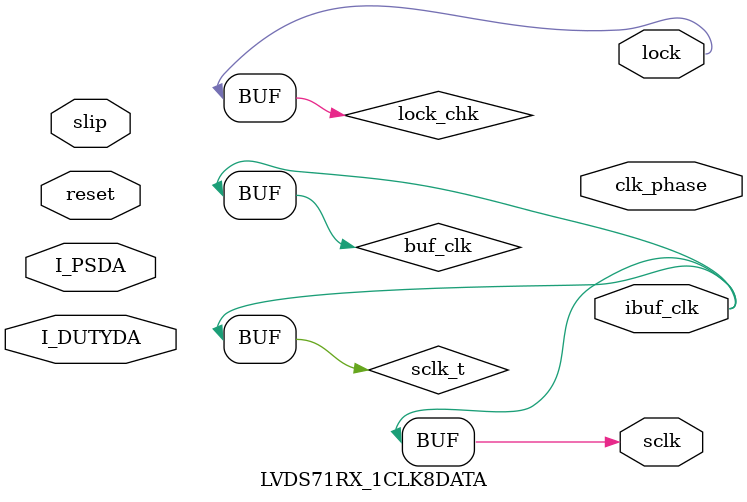
<source format=v>

`include "lvds_7to1_rx_defines.v"

`timescale 1 ns / 1 ps

module LVDS71RX_1CLK8DATA 
(
    input        reset    ,
    input  [3:0] I_PSDA   ,
    input  [3:0] I_DUTYDA , 
    input        slip     ,
    output       lock     ,
    output       sclk     ,
    output [6:0] clk_phase,
    output       ibuf_clk ,
`ifdef RX_ONE_CHANNEL
    `ifdef RX_RGB888
        input        clk      ,
        input        clk_n    ,
        input  [3:0] datain   ,
        input  [3:0] datain_n ,
        output [6:0] q0       ,
        output [6:0] q1       ,
        output [6:0] q2       ,
        output [6:0] q3
    `endif
    `ifdef RX_RGB666
        input        clk      ,
        input        clk_n    ,
        input  [2:0] datain   ,
        input  [2:0] datain_n ,
        output [6:0] q0       ,
        output [6:0] q1       ,
        output [6:0] q2       
    `endif
`endif
`ifdef RX_TWO_CHANNEL
    `ifdef RX_RGB888
        input        clk      ,
        input        clk_n    ,
        input  [3:0] dataino  ,
        input  [3:0] dataino_n,
        input  [3:0] dataine  ,
        input  [3:0] dataine_n,
        output [6:0] qo0      ,
        output [6:0] qo1      ,
        output [6:0] qo2      ,
        output [6:0] qo3      ,
        output [6:0] qe0      ,
        output [6:0] qe1      ,
        output [6:0] qe2      ,
        output [6:0] qe3
    `endif
    `ifdef RX_RGB666
        input        clk      ,
        input        clk_n    ,
        input  [2:0] dataino  ,
        input  [2:0] dataino_n,
        input  [2:0] dataine  ,
        input  [2:0] dataine_n,
        output [6:0] qo0      ,
        output [6:0] qo1      ,
        output [6:0] qo2      ,
        output [6:0] qe0      ,
        output [6:0] qe1      ,
        output [6:0] qe2      
    `endif
`endif
);

wire sclk_t;
wire eclko;
wire lock_chk;

`ifdef RX_ONE_CHANNEL
        wire buf_clk;
        wire buf_dataini0;
        wire buf_dataini1;
        wire buf_dataini2;
    `ifdef RX_RGB888    
        wire buf_dataini3;
    `endif
    
        wire dly_dataini0;
        wire dly_dataini1;
        wire dly_dataini2;
    `ifdef RX_RGB888 
        wire dly_dataini3;
    `endif
`endif

`ifdef RX_TWO_CHANNEL
        wire buf_clk;
        wire buf_datainio0;
        wire buf_datainio1;
        wire buf_datainio2;
        wire buf_datainie0;
        wire buf_datainie1;
        wire buf_datainie2;
    `ifdef RX_RGB888     
        wire buf_datainio3;
        wire buf_datainie3;
    `endif
    
        wire dly_datainio0;
        wire dly_datainio1;
        wire dly_datainio2;
        wire dly_datainie0;
        wire dly_datainie1;
        wire dly_datainie2;
    `ifdef RX_RGB888 
        wire dly_datainio3;
        wire dly_datainie3;
    `endif
`endif

assign sclk = sclk_t;
assign lock = lock_chk;

assign ibuf_clk = buf_clk;

//======================================================
`ifdef RX_ONE_CHANNEL
    TLVDS_IBUF      IB_clk_inst  (.O(buf_clk), .I(clk), .IB(clk_n));
    TLVDS_IBUF      IB0_inst (.O(buf_dataini0), .I(datain[0]), .IB(datain_n[0]));
    TLVDS_IBUF      IB1_inst (.O(buf_dataini1), .I(datain[1]), .IB(datain_n[1]));
    TLVDS_IBUF      IB2_inst (.O(buf_dataini2), .I(datain[2]), .IB(datain_n[2]));
    `ifdef RX_RGB888 
        TLVDS_IBUF      IB3_inst (.O(buf_dataini3), .I(datain[3]), .IB(datain_n[3]));
    `endif

    //-------------------------------------------------
    IODELAY u_IODELAY0
    (
        .DO   (dly_dataini0),
        .DF   (          ),
        .DI   (buf_dataini0),
        .SDTAP(1'b0),
        .SETN (1'b1),
        .VALUE(1'b0)
    );
    defparam u_IODELAY0.C_STATIC_DLY=`D0_IODELAY;
    
    IODELAY u_IODELAY1
    (
        .DO   (dly_dataini1),
        .DF   (          ),
        .DI   (buf_dataini1),
        .SDTAP(1'b0),
        .SETN (1'b1),
        .VALUE(1'b0)
    );
    defparam u_IODELAY1.C_STATIC_DLY=`D1_IODELAY;
    
    IODELAY u_IODELAY2
    (
        .DO   (dly_dataini2),
        .DF   (          ),
        .DI   (buf_dataini2),
        .SDTAP(1'b0),
        .SETN (1'b1),
        .VALUE(1'b0)
    );
    defparam u_IODELAY2.C_STATIC_DLY=`D2_IODELAY;
    
    `ifdef RX_RGB888 
        IODELAY u_IODELAY3
        (
            .DO   (dly_dataini3),
            .DF   (          ),
            .DI   (buf_dataini3),
            .SDTAP(1'b0),
            .SETN (1'b1),
            .VALUE(1'b0)
        );
        defparam u_IODELAY3.C_STATIC_DLY=`D3_IODELAY;
    `endif
    
    //--------------------------------------------------------
    IVIDEO Inst8_IDDRX71A 
    (.D(buf_clk)
    ,.FCLK(eclko)
    ,.PCLK(sclk_t)
    ,.RESET(reset)
    ,.CALIB(slip)
    ,.Q0(clk_phase[0])
    ,.Q1(clk_phase[1])
    ,.Q2(clk_phase[2])
    ,.Q3(clk_phase[3])
    ,.Q4(clk_phase[4])
    ,.Q5(clk_phase[5])
    ,.Q6(clk_phase[6])
    );
    
    `ifdef RX_RGB888 
        IVIDEO Inst7_IDDRX71A3 
        (.D(dly_dataini3)
        ,.FCLK(eclko)
        ,.PCLK(sclk_t)
        ,.RESET(reset)
        ,.CALIB(slip)
        ,.Q0(q3[0])
        ,.Q1(q3[1])
        ,.Q2(q3[2])
        ,.Q3(q3[3])
        ,.Q4(q3[4])
        ,.Q5(q3[5])
        ,.Q6(q3[6])
        );
    `endif
    
    IVIDEO Inst7_IDDRX71A2 
    (.D(dly_dataini2)
    ,.FCLK(eclko)
    ,.PCLK(sclk_t)
    ,.RESET(reset)
    ,.CALIB(slip)
    ,.Q0(q2[0])
    ,.Q1(q2[1])
    ,.Q2(q2[2])
    ,.Q3(q2[3])
    ,.Q4(q2[4])
    ,.Q5(q2[5])
    ,.Q6(q2[6])
    );
    
    IVIDEO Inst7_IDDRX71A1 
    (.D(dly_dataini1)
    ,.FCLK(eclko)
    ,.PCLK(sclk_t)
    ,.RESET(reset)
    ,.CALIB(slip)
    ,.Q0(q1[0])
    ,.Q1(q1[1])
    ,.Q2(q1[2])
    ,.Q3(q1[3])
    ,.Q4(q1[4])
    ,.Q5(q1[5])
    ,.Q6(q1[6])
    );
    
    IVIDEO Inst7_IDDRX71A0 
    (.D(dly_dataini0)
    ,.FCLK(eclko)
    ,.PCLK(sclk_t)
    ,.RESET(reset)
    ,.CALIB(slip)
    ,.Q0(q0[0])
    ,.Q1(q0[1])
    ,.Q2(q0[2])
    ,.Q3(q0[3])
    ,.Q4(q0[4])
    ,.Q5(q0[5])
    ,.Q6(q0[6])
    );
`endif

`ifdef RX_TWO_CHANNEL
    TLVDS_IBUF      IB_clk_inst  (.O(buf_clk), .I(clk), .IB(clk_n));
    TLVDS_IBUF      IBo0_inst (.O(buf_datainio0), .I(dataino[0]), .IB(dataino_n[0]));
    TLVDS_IBUF      IBo1_inst (.O(buf_datainio1), .I(dataino[1]), .IB(dataino_n[1]));
    TLVDS_IBUF      IBo2_inst (.O(buf_datainio2), .I(dataino[2]), .IB(dataino_n[2]));
    TLVDS_IBUF      IBe0_inst (.O(buf_datainie0), .I(dataine[0]), .IB(dataine_n[0]));
    TLVDS_IBUF      IBe1_inst (.O(buf_datainie1), .I(dataine[1]), .IB(dataine_n[1]));
    TLVDS_IBUF      IBe2_inst (.O(buf_datainie2), .I(dataine[2]), .IB(dataine_n[2]));
    `ifdef RX_RGB888 
        TLVDS_IBUF      IBo3_inst (.O(buf_datainio3), .I(dataino[3]), .IB(dataino_n[3]));
        TLVDS_IBUF      IBe3_inst (.O(buf_datainie3), .I(dataine[3]), .IB(dataine_n[3]));
    `endif

    //-------------------------------------------------
    IODELAY uo_IODELAY0
    (
        .DO   (dly_datainio0),
        .DF   (          ),
        .DI   (buf_datainio0),
        .SDTAP(1'b0),
        .SETN (1'b1),
        .VALUE(1'b0)
    );
    defparam uo_IODELAY0.C_STATIC_DLY=`DO0_IODELAY;
    
    IODELAY uo_IODELAY1
    (
        .DO   (dly_datainio1),
        .DF   (          ),
        .DI   (buf_datainio1),
        .SDTAP(1'b0),
        .SETN (1'b1),
        .VALUE(1'b0)
    );
    defparam uo_IODELAY1.C_STATIC_DLY=`DO1_IODELAY;
    
    IODELAY uo_IODELAY2
    (
        .DO   (dly_datainio2),
        .DF   (          ),
        .DI   (buf_datainio2),
        .SDTAP(1'b0),
        .SETN (1'b1),
        .VALUE(1'b0)
    );
    defparam uo_IODELAY2.C_STATIC_DLY=`DO2_IODELAY;
    
    `ifdef RX_RGB888 
        IODELAY uo_IODELAY3
        (
            .DO   (dly_datainio3),
            .DF   (          ),
            .DI   (buf_datainio3),
            .SDTAP(1'b0),
            .SETN (1'b1),
            .VALUE(1'b0)
        );
        defparam uo_IODELAY3.C_STATIC_DLY=`DO3_IODELAY;
    `endif
    
    //
    IODELAY ue_IODELAY0
    (
        .DO   (dly_datainie0),
        .DF   (          ),
        .DI   (buf_datainie0),
        .SDTAP(1'b0),
        .SETN (1'b1),
        .VALUE(1'b0)
    );
    defparam ue_IODELAY0.C_STATIC_DLY=`DE0_IODELAY;
    
    IODELAY ue_IODELAY1
    (
        .DO   (dly_datainie1),
        .DF   (          ),
        .DI   (buf_datainie1),
        .SDTAP(1'b0),
        .SETN (1'b1),
        .VALUE(1'b0)
    );
    defparam ue_IODELAY1.C_STATIC_DLY=`DE1_IODELAY;
    
    IODELAY ue_IODELAY2
    (
        .DO   (dly_datainie2),
        .DF   (          ),
        .DI   (buf_datainie2),
        .SDTAP(1'b0),
        .SETN (1'b1),
        .VALUE(1'b0)
    );
    defparam ue_IODELAY2.C_STATIC_DLY=`DE2_IODELAY;
    
    `ifdef RX_RGB888 
        IODELAY ue_IODELAY3
        (
            .DO   (dly_datainie3),
            .DF   (          ),
            .DI   (buf_datainie3),
            .SDTAP(1'b0),
            .SETN (1'b1),
            .VALUE(1'b0)
        );
        defparam ue_IODELAY3.C_STATIC_DLY=`DE3_IODELAY;
    `endif
    
    //--------------------------------------------------------
    IVIDEO Inst8_IDDRX71A_o 
    (.D(buf_clk)
    ,.FCLK(eclko)
    ,.PCLK(sclk_t)
    ,.RESET(reset)
    ,.CALIB(slip)
    ,.Q0(clk_phase[0])
    ,.Q1(clk_phase[1])
    ,.Q2(clk_phase[2])
    ,.Q3(clk_phase[3])
    ,.Q4(clk_phase[4])
    ,.Q5(clk_phase[5])
    ,.Q6(clk_phase[6])
    );
    
    `ifdef RX_RGB888 
        IVIDEO Inst7_IDDRX71A3_o  
        (.D(dly_datainio3)
        ,.FCLK(eclko)
        ,.PCLK(sclk_t)
        ,.RESET(reset)
        ,.CALIB(slip)
        ,.Q0(qo3[0])
        ,.Q1(qo3[1])
        ,.Q2(qo3[2])
        ,.Q3(qo3[3])
        ,.Q4(qo3[4])
        ,.Q5(qo3[5])
        ,.Q6(qo3[6])
        );
    `endif
    
    IVIDEO Inst7_IDDRX71A2_o  
    (.D(dly_datainio2)
    ,.FCLK(eclko)
    ,.PCLK(sclk_t)
    ,.RESET(reset)
    ,.CALIB(slip)
    ,.Q0(qo2[0])
    ,.Q1(qo2[1])
    ,.Q2(qo2[2])
    ,.Q3(qo2[3])
    ,.Q4(qo2[4])
    ,.Q5(qo2[5])
    ,.Q6(qo2[6])
    );
    
    IVIDEO Inst7_IDDRX71A1_o  
    (.D(dly_datainio1)
    ,.FCLK(eclko)
    ,.PCLK(sclk_t)
    ,.RESET(reset)
    ,.CALIB(slip)
    ,.Q0(qo1[0])
    ,.Q1(qo1[1])
    ,.Q2(qo1[2])
    ,.Q3(qo1[3])
    ,.Q4(qo1[4])
    ,.Q5(qo1[5])
    ,.Q6(qo1[6])
    );
    
    IVIDEO Inst7_IDDRX71A0_o 
    (.D(dly_datainio0)
    ,.FCLK(eclko)
    ,.PCLK(sclk_t)
    ,.RESET(reset)
    ,.CALIB(slip)
    ,.Q0(qo0[0])
    ,.Q1(qo0[1])
    ,.Q2(qo0[2])
    ,.Q3(qo0[3])
    ,.Q4(qo0[4])
    ,.Q5(qo0[5])
    ,.Q6(qo0[6])
    );
    
    //
    `ifdef RX_RGB888 
        IVIDEO Inst7_IDDRX71A3_e  
        (.D(dly_datainie3)
        ,.FCLK(eclko)
        ,.PCLK(sclk_t)
        ,.RESET(reset)
        ,.CALIB(slip)
        ,.Q0(qe3[0])
        ,.Q1(qe3[1])
        ,.Q2(qe3[2])
        ,.Q3(qe3[3])
        ,.Q4(qe3[4])
        ,.Q5(qe3[5])
        ,.Q6(qe3[6])
        );
    `endif
    
    IVIDEO Inst7_IDDRX71A2_e  
    (.D(dly_datainie2)
    ,.FCLK(eclko)
    ,.PCLK(sclk_t)
    ,.RESET(reset)
    ,.CALIB(slip)
    ,.Q0(qe2[0])
    ,.Q1(qe2[1])
    ,.Q2(qe2[2])
    ,.Q3(qe2[3])
    ,.Q4(qe2[4])
    ,.Q5(qe2[5])
    ,.Q6(qe2[6])
    );
    
    IVIDEO Inst7_IDDRX71A1_e  
    (.D(dly_datainie1)
    ,.FCLK(eclko)
    ,.PCLK(sclk_t)
    ,.RESET(reset)
    ,.CALIB(slip)
    ,.Q0(qe1[0])
    ,.Q1(qe1[1])
    ,.Q2(qe1[2])
    ,.Q3(qe1[3])
    ,.Q4(qe1[4])
    ,.Q5(qe1[5])
    ,.Q6(qe1[6])
    );
    
    IVIDEO Inst7_IDDRX71A0_e 
    (.D(dly_datainie0)
    ,.FCLK(eclko)
    ,.PCLK(sclk_t)
    ,.RESET(reset)
    ,.CALIB(slip)
    ,.Q0(qe0[0])
    ,.Q1(qe0[1])
    ,.Q2(qe0[2])
    ,.Q3(qe0[3])
    ,.Q4(qe0[4])
    ,.Q5(qe0[5])
    ,.Q6(qe0[6])
    );
`endif

//===============================================
`ifdef RX_USE_RPLL
    LVDS_RX_rPLL2 LVDS_RX_rPLL_inst
    (
        .clkout (        ), //x3.5
        .lock   (lock_chk), 
        .clkoutp(eclko   ), //x3.5 phase
        .reset  (reset   ), //reset
        .clkin  (buf_clk ), //x1
        .psda   (I_PSDA  ), //input [3:0] psda
        .dutyda (I_DUTYDA), //input [3:0] dutyda
        .fdly   (4'd15   )  //input [3:0] fdly
    );
`endif

`ifdef RX_USE_PLLVR
    LVDS_RX_PLLVR LVDS_RX_PLLVR_inst
    (
        .clkout (        ), //x3.5
        .lock   (lock_chk), 
        .clkoutp(eclko   ), //x3.5 phase
        .reset  (reset   ), //reset
        .clkin  (buf_clk ), //x1
        .psda   (I_PSDA  ), //input [3:0] psda
        .dutyda (I_DUTYDA), //input [3:0] dutyda
        .fdly   (4'd15   )  //input [3:0] fdly
    );
`endif

`ifdef RX_USE_CLKDIV_3_5
    CLKDIV Inst6_CLKDIVC 
    (.RESETN(~reset)//~reset
    ,.HCLKIN(eclko)
    ,.CALIB (1'b0)//slip
    ,.CLKOUT(sclk_t)
    );
    defparam Inst6_CLKDIVC.DIV_MODE = "3.5" ;
`else
    assign sclk_t = buf_clk; 
`endif

endmodule

</source>
